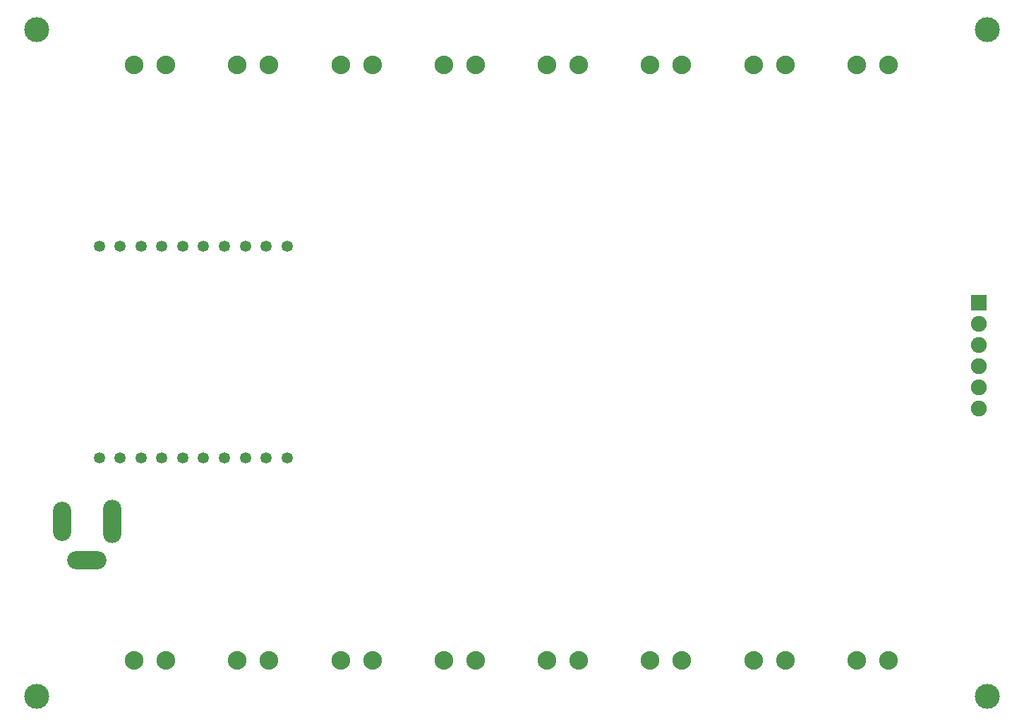
<source format=gbr>
G04 DipTrace 3.3.1.3*
G04 BottomMask.gbr*
%MOIN*%
G04 #@! TF.FileFunction,Soldermask,Bot*
G04 #@! TF.Part,Single*
%ADD37C,0.11811*%
%ADD44C,0.053031*%
%ADD48C,0.088031*%
%ADD52O,0.185197X0.086772*%
%ADD54O,0.086772X0.204882*%
%ADD56O,0.086772X0.185197*%
%ADD58C,0.074961*%
%ADD60R,0.074961X0.074961*%
%FSLAX26Y26*%
G04*
G70*
G90*
G75*
G01*
G04 BotMask*
%LPD*%
D60*
X4999676Y2370394D3*
D58*
Y2270394D3*
Y2170394D3*
Y2070394D3*
Y1970394D3*
Y1870394D3*
D56*
X669606Y1338898D3*
D54*
X905827D3*
D52*
X787717Y1153858D3*
D48*
X1010650Y3493130D3*
X1160650D3*
X1498150D3*
X1648150D3*
X1987756Y3493150D3*
X2137756D3*
X2473150D3*
X2623150D3*
X2960650D3*
X3110650D3*
X3448150D3*
X3598150D3*
X3935650D3*
X4085650D3*
X4423150D3*
X4573150D3*
X1160630Y681496D3*
X1010630D3*
X1648150D3*
X1498150D3*
X2137756D3*
X1987756D3*
X2623150D3*
X2473150D3*
X3110630D3*
X2960630D3*
X3598150D3*
X3448150D3*
X4085630D3*
X3935630D3*
X4573150D3*
X4423150D3*
D44*
X1732598Y2638110D3*
X1634173D3*
X1535748D3*
X1437323D3*
X1338898D3*
X1240472D3*
X1142047D3*
X1043622D3*
X945197D3*
X846772D3*
X1732598Y1638110D3*
X1634173D3*
X1535748D3*
X1437323D3*
X1338898D3*
X1240472D3*
X1142047D3*
X1043622D3*
X945197D3*
X846772D3*
D37*
X551496Y3661732D3*
X5039685D3*
X551496Y512126D3*
X5039685D3*
M02*

</source>
